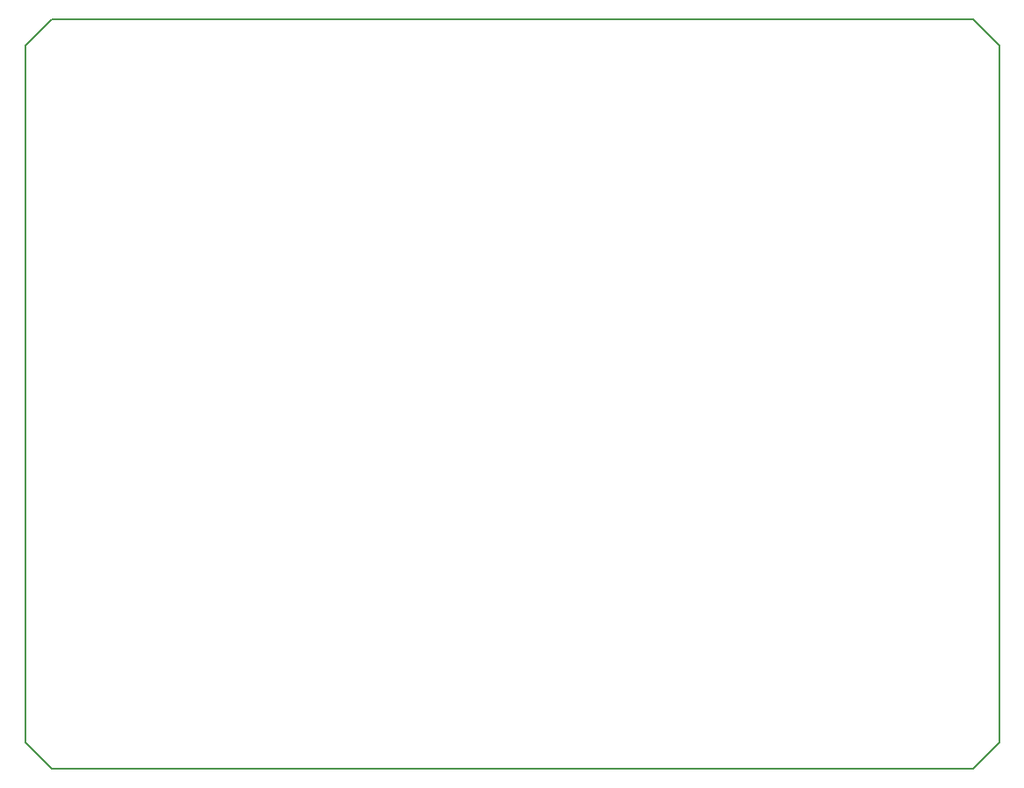
<source format=gbr>
G04 #@! TF.GenerationSoftware,KiCad,Pcbnew,5.0.0+dfsg1-2*
G04 #@! TF.CreationDate,2018-11-20T21:01:12-06:00*
G04 #@! TF.ProjectId,49es,343965732E6B696361645F7063620000,rev?*
G04 #@! TF.SameCoordinates,Original*
G04 #@! TF.FileFunction,Profile,NP*
%FSLAX46Y46*%
G04 Gerber Fmt 4.6, Leading zero omitted, Abs format (unit mm)*
G04 Created by KiCad (PCBNEW 5.0.0+dfsg1-2) date Tue Nov 20 21:01:12 2018*
%MOMM*%
%LPD*%
G01*
G04 APERTURE LIST*
%ADD10C,0.150000*%
G04 APERTURE END LIST*
D10*
X198120000Y-105410000D02*
X110490000Y-105410000D01*
X200660000Y-102870000D02*
X198120000Y-105410000D01*
X106680000Y-35560000D02*
X106680000Y-102870000D01*
X198120000Y-33020000D02*
X109220000Y-33020000D01*
X109220000Y-33020000D02*
X106680000Y-35560000D01*
X109220000Y-105410000D02*
X106680000Y-102870000D01*
X110490000Y-105410000D02*
X109220000Y-105410000D01*
X200660000Y-35560000D02*
X200660000Y-102870000D01*
X198120000Y-33020000D02*
X200660000Y-35560000D01*
M02*

</source>
